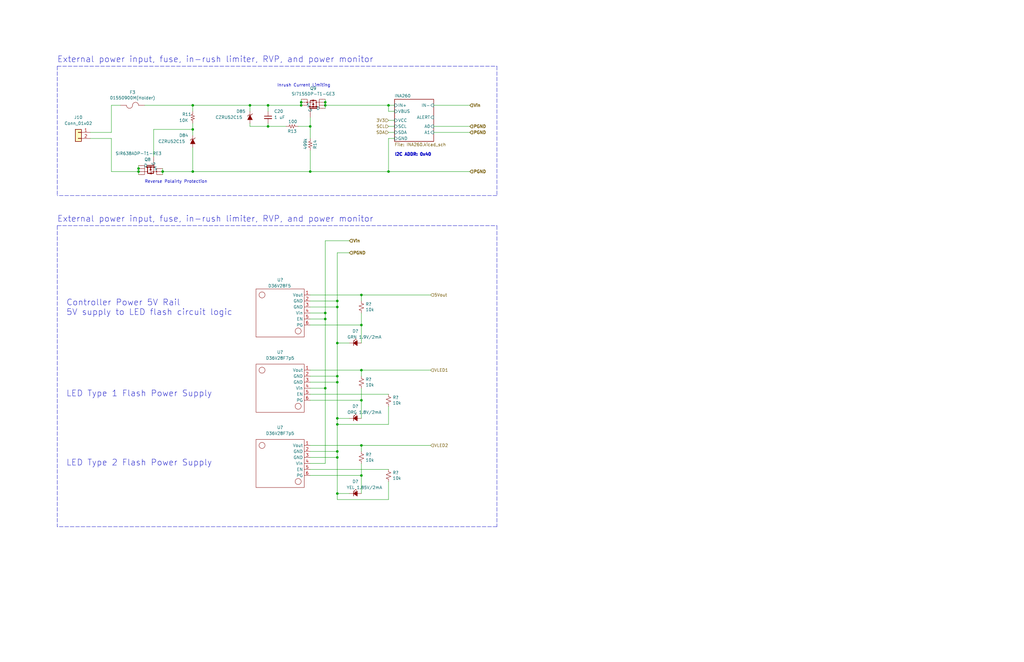
<source format=kicad_sch>
(kicad_sch (version 20211123) (generator eeschema)
  (paper "B")
  (title_block (title "BUM2 LED Controller") (date "2023-01-10") (rev "A"))
  (lib_symbols
    (symbol "Connector_Generic:Conn_01x02" (pin_names (offset 1.016) hide)
      (property "Reference" "J" (at 0 2.54 0))
      (property "Value" "Conn_01x02" (at 0 -5.08 0))
      (symbol "Conn_01x02_1_1"
        (rectangle (start -1.27 -2.413) (end 0 -2.667) (stroke (width 0.1524)))
        (rectangle (start -1.27 0.127) (end 0 -0.127) (stroke (width 0.1524)))
        (rectangle (start -1.27 1.27) (end 1.27 -3.81) (stroke (width 0.254)) (fill (type background)))
        (pin passive line (at -5.08 0 0) (length 3.81) (name "Pin_1") (number "1"))
        (pin passive line (at -5.08 -2.54 0) (length 3.81) (name "Pin_2") (number "2"))
      )
    )
    (symbol "Device:LED_Small_ALT" (pin_numbers hide) (pin_names (offset 0.254) hide)
      (property "Reference" "D" (at -1.27 3.175 0))
      (property "Value" "Device_LED_Small_ALT" (at -4.445 -2.54 0))
      (symbol "LED_Small_ALT_0_1"
        (polyline (pts (xy -0.762 -1.016) (xy -0.762 1.016)) (stroke (width 0.254)))
        (polyline (pts (xy 1.016 0) (xy -0.762 0)))
        (polyline (pts (xy 0.762 -1.016) (xy -0.762 0) (xy 0.762 1.016) (xy 0.762 -1.016)) (stroke (width 0.254)) (fill (type outline)))
        (polyline (pts (xy 0 0.762) (xy -0.508 1.27) (xy -0.254 1.27) (xy -0.508 1.27) (xy -0.508 1.016)))
        (polyline (pts (xy 0.508 1.27) (xy 0 1.778) (xy 0.254 1.778) (xy 0 1.778) (xy 0 1.524)))
      )
      (symbol "LED_Small_ALT_1_1"
        (pin passive line (at -2.54 0 0) (length 1.778) (name "K") (number "1"))
        (pin passive line (at 2.54 0 180) (length 1.778) (name "A") (number "2"))
      )
    )
    (symbol "Device:R_Small_US" (pin_numbers hide) (pin_names (offset 0.254) hide)
      (property "Reference" "R" (at 0.762 0.508 0))
      (property "Value" "R_Small_US" (at 0.762 -1.016 0))
      (symbol "R_Small_US_1_1"
        (polyline (pts (xy 0 0) (xy 1.016 -0.381) (xy 0 -0.762) (xy -1.016 -1.143) (xy 0 -1.524)))
        (polyline (pts (xy 0 1.524) (xy 1.016 1.143) (xy 0 0.762) (xy -1.016 0.381) (xy 0 0)))
        (pin passive line (at 0 2.54 270) (length 1.016) (name "~") (number "1"))
        (pin passive line (at 0 -2.54 90) (length 1.016) (name "~") (number "2"))
      )
    )
    (symbol "Dual-Mag-Camera-Control-rescue:01550900M(Holder)-ProjectDevices" (pin_names (offset 1.016))
      (property "Reference" "F" (at 0 2.54 0))
      (property "Value" "01550900M(Holder)-ProjectDevices" (at 0 -3.81 0))
      (symbol "01550900M(Holder)-ProjectDevices_0_1"
        (arc (start -2.54 0) (mid -1.27 -1.27) (end 0 0))
        (arc (start 2.54 0) (mid 1.27 1.27) (end 0 0))
      )
      (symbol "01550900M(Holder)-ProjectDevices_1_1"
        (pin passive line (at -5.08 0 0) (length 2.54) (name "1") (number "1"))
        (pin passive line (at 5.08 0 180) (length 2.54) (name "2") (number "2"))
      )
    )
    (symbol "Dual-Mag-Camera-Control-rescue:C_Small-SPC-Control-rescue" (pin_numbers hide) (pin_names (offset 0.254) hide)
      (property "Reference" "C" (at 0.254 1.778 0))
      (property "Value" "C_Small-SPC-Control-rescue" (at 0.254 -2.032 0))
      (symbol "C_Small-SPC-Control-rescue_0_1"
        (polyline (pts (xy -1.524 -0.508) (xy 1.524 -0.508)) (stroke (width 0.3302)))
        (polyline (pts (xy -1.524 0.508) (xy 1.524 0.508)) (stroke (width 0.3048)))
      )
      (symbol "C_Small-SPC-Control-rescue_1_1"
        (pin passive line (at 0 2.54 270) (length 2.032) (name "~") (number "1"))
        (pin passive line (at 0 -2.54 90) (length 2.032) (name "~") (number "2"))
      )
    )
    (symbol "Dual-Mag-Camera-Control-rescue:Resistor_small-SPC-Control-rescue" (pin_numbers hide) (pin_names (offset 0))
      (property "Reference" "R" (at 2.032 0 90))
      (property "Value" "Resistor_small-SPC-Control-rescue" (at -2.032 0.254 90))
      (symbol "Resistor_small-SPC-Control-rescue_0_1"
        (polyline (pts (xy 0 1.27) (xy -0.762 1.016) (xy 0.762 0.508) (xy -0.762 0) (xy 0.762 -0.508) (xy -0.762 -1.016) (xy 0 -1.27)))
      )
      (symbol "Resistor_small-SPC-Control-rescue_1_1"
        (pin passive line (at 0 2.54 270) (length 1.27) (name "~") (number "1"))
        (pin passive line (at 0 -2.54 90) (length 1.27) (name "~") (number "2"))
      )
    )
    (symbol "Dual-Mag-Camera-Control-rescue:Resistor_small-SPC-Control-rescue-DeathStar-rescue-BUMP-Control-rescue" (pin_numbers hide) (pin_names (offset 0))
      (property "Reference" "R" (at 2.032 0 90))
      (property "Value" "Resistor_small-SPC-Control-rescue-DeathStar-rescue-BUMP-Control-rescue" (at -2.032 0.254 90))
      (symbol "Resistor_small-SPC-Control-rescue-DeathStar-rescue-BUMP-Control-rescue_0_1"
        (polyline (pts (xy 0 1.27) (xy -0.762 1.016) (xy 0.762 0.508) (xy -0.762 0) (xy 0.762 -0.508) (xy -0.762 -1.016) (xy 0 -1.27)))
      )
      (symbol "Resistor_small-SPC-Control-rescue-DeathStar-rescue-BUMP-Control-rescue_1_1"
        (pin passive line (at 0 2.54 270) (length 1.27) (name "~") (number "1"))
        (pin passive line (at 0 -2.54 90) (length 1.27) (name "~") (number "2"))
      )
    )
    (symbol "Dual-Mag-Camera-Control-rescue:Si7463DP-ProjectDevices" (pin_names (offset 1.016))
      (property "Reference" "Q" (at 2.54 0 0))
      (property "Value" "Si7463DP-ProjectDevices" (at 6.35 3.81 0))
      (symbol "Si7463DP-ProjectDevices_1_1"
        (circle (center 0 -1.27) (radius 0.127))
        (circle (center 0 -1.27) (radius 0.127))
        (circle (center 0 -1.27) (radius 0.127))
        (circle (center 0 -1.27) (radius 0.127))
        (polyline (pts (xy -5.08 1.27) (xy -3.81 1.27)))
        (polyline (pts (xy -2.54 1.27) (xy -3.81 1.27)))
        (polyline (pts (xy -1.905 -1.651) (xy -1.905 -1.016)) (stroke (width 0.508)))
        (polyline (pts (xy -1.905 -1.651) (xy -1.905 -1.016)) (stroke (width 0.508)))
        (polyline (pts (xy -1.905 -0.381) (xy -1.905 0.381)) (stroke (width 0.508)))
        (polyline (pts (xy -1.905 -0.381) (xy -1.905 0.381)) (stroke (width 0.508)))
        (polyline (pts (xy -1.905 1.016) (xy -1.905 1.651)) (stroke (width 0.508)))
        (polyline (pts (xy -1.778 -1.27) (xy 0 -1.27)))
        (polyline (pts (xy -1.778 -1.27) (xy 0 -1.27)))
        (polyline (pts (xy -1.778 -1.27) (xy 0 -1.27)))
        (polyline (pts (xy -1.778 -1.27) (xy 0 -1.27)))
        (polyline (pts (xy -1.778 1.27) (xy 0 1.27)))
        (polyline (pts (xy -1.27 -3.81) (xy -1.27 -2.54)))
        (polyline (pts (xy 0 -3.81) (xy 0 -2.54)))
        (polyline (pts (xy 0 1.27) (xy 0 2.54)))
        (polyline (pts (xy 0 2.54) (xy 0 3.81)))
        (polyline (pts (xy 0.381 0.381) (xy 1.143 0.381)))
        (polyline (pts (xy -2.54 -1.524) (xy -2.54 1.524) (xy -2.54 1.524)) (stroke (width 0.254)))
        (polyline (pts (xy -2.54 -1.524) (xy -2.54 1.524) (xy -2.54 1.524)) (stroke (width 0.254)))
        (polyline (pts (xy -1.778 0) (xy 0 0) (xy 0 1.27)))
        (polyline (pts (xy 0 2.54) (xy -1.27 2.54) (xy -1.27 3.81)))
        (polyline (pts (xy 0 2.54) (xy 1.27 2.54) (xy 1.27 3.81)))
        (polyline (pts (xy 1.27 -3.81) (xy 1.27 -2.54) (xy 0 -2.54)))
        (polyline (pts (xy -2.54 -3.81) (xy -2.54 -2.54) (xy 0 -2.54) (xy 0 -1.27)))
        (polyline (pts (xy -0.254 0) (xy -1.016 -0.381) (xy -1.016 0.381) (xy -0.254 0)) (fill (type outline)))
        (polyline (pts (xy 0 1.27) (xy 0.762 1.27) (xy 0.762 -1.27) (xy 0 -1.27)))
        (polyline (pts (xy 0 1.27) (xy 0.762 1.27) (xy 0.762 -1.27) (xy 0 -1.27)))
        (polyline (pts (xy 0 1.27) (xy 0.762 1.27) (xy 0.762 -1.27) (xy 0 -1.27)))
        (polyline (pts (xy 0 1.27) (xy 0.762 1.27) (xy 0.762 -1.27) (xy 0 -1.27)))
        (polyline (pts (xy 0.762 0.381) (xy 0.381 -0.254) (xy 1.143 -0.254) (xy 0.762 0.381)) (fill (type outline)))
        (circle (center 0 1.27) (radius 0.127))
        (circle (center 0 2.54) (radius 0.127))
        (circle (center 0 2.54) (radius 0.127))
        (circle (center 0 2.54) (radius 0.127))
        (circle (center 0 2.54) (radius 0.127))
        (pin power_out line (at -1.27 5.08 270) (length 1.27) (name "S") (number "1"))
        (pin power_out line (at 0 5.08 270) (length 1.27) (name "S") (number "2"))
        (pin power_out line (at 1.27 5.08 270) (length 1.27) (name "S") (number "3"))
        (pin passive line (at -6.35 1.27 0) (length 1.27) (name "G") (number "4"))
        (pin power_in line (at -2.54 -5.08 90) (length 1.27) (name "D") (number "5"))
        (pin power_in line (at -1.27 -5.08 90) (length 1.27) (name "D") (number "5"))
        (pin power_in line (at 0 -5.08 90) (length 1.27) (name "D") (number "5"))
        (pin power_in line (at 1.27 -5.08 90) (length 1.27) (name "D") (number "5"))
      )
    )
    (symbol "Dual-Mag-Camera-Control-rescue:SiSA72DN-ProjectDevices" (pin_names (offset 1.016))
      (property "Reference" "Q" (at 3.81 1.27 0))
      (property "Value" "SiSA72DN-ProjectDevices" (at -15.24 6.35 0))
      (symbol "SiSA72DN-ProjectDevices_1_1"
        (circle (center 0 -2.54) (radius 0.127))
        (circle (center 0 -2.54) (radius 0.127))
        (circle (center 0 -2.54) (radius 0.127))
        (circle (center 0 -2.54) (radius 0.127))
        (circle (center 0 -1.27) (radius 0.127))
        (polyline (pts (xy -5.08 -1.27) (xy -3.81 -1.27)))
        (polyline (pts (xy -2.54 -1.27) (xy -3.81 -1.27)))
        (polyline (pts (xy -1.905 -1.016) (xy -1.905 -1.651)) (stroke (width 0.508)))
        (polyline (pts (xy -1.905 0.381) (xy -1.905 -0.381)) (stroke (width 0.508)))
        (polyline (pts (xy -1.905 0.381) (xy -1.905 -0.381)) (stroke (width 0.508)))
        (polyline (pts (xy -1.905 1.651) (xy -1.905 1.016)) (stroke (width 0.508)))
        (polyline (pts (xy -1.905 1.651) (xy -1.905 1.016)) (stroke (width 0.508)))
        (polyline (pts (xy -1.778 -1.27) (xy 0 -1.27)))
        (polyline (pts (xy -1.778 1.27) (xy 0 1.27)))
        (polyline (pts (xy -1.778 1.27) (xy 0 1.27)))
        (polyline (pts (xy -1.778 1.27) (xy 0 1.27)))
        (polyline (pts (xy -1.778 1.27) (xy 0 1.27)))
        (polyline (pts (xy -1.27 3.81) (xy -1.27 2.54)))
        (polyline (pts (xy 0 -2.54) (xy 0 -3.81)))
        (polyline (pts (xy 0 -1.27) (xy 0 -2.54)))
        (polyline (pts (xy 0 3.81) (xy 0 2.54)))
        (polyline (pts (xy 0.381 0.254) (xy 1.143 0.254)))
        (polyline (pts (xy -2.54 1.524) (xy -2.54 -1.524) (xy -2.54 -1.524)) (stroke (width 0.254)))
        (polyline (pts (xy -2.54 1.524) (xy -2.54 -1.524) (xy -2.54 -1.524)) (stroke (width 0.254)))
        (polyline (pts (xy -1.778 0) (xy 0 0) (xy 0 -1.27)))
        (polyline (pts (xy 0 -2.54) (xy -1.27 -2.54) (xy -1.27 -3.81)))
        (polyline (pts (xy 0 -2.54) (xy 1.27 -2.54) (xy 1.27 -3.81)))
        (polyline (pts (xy 1.27 3.81) (xy 1.27 2.54) (xy 0 2.54)))
        (polyline (pts (xy -2.54 3.81) (xy -2.54 2.54) (xy 0 2.54) (xy 0 1.27)))
        (polyline (pts (xy -1.397 0) (xy -0.635 -0.381) (xy -0.635 0.381) (xy -1.397 0)) (fill (type outline)))
        (polyline (pts (xy 0 -1.27) (xy 0.762 -1.27) (xy 0.762 1.27) (xy 0 1.27)))
        (polyline (pts (xy 0 -1.27) (xy 0.762 -1.27) (xy 0.762 1.27) (xy 0 1.27)))
        (polyline (pts (xy 0 -1.27) (xy 0.762 -1.27) (xy 0.762 1.27) (xy 0 1.27)))
        (polyline (pts (xy 0 -1.27) (xy 0.762 -1.27) (xy 0.762 1.27) (xy 0 1.27)))
        (polyline (pts (xy 0.762 0.254) (xy 1.143 -0.381) (xy 0.381 -0.381) (xy 0.762 0.254)) (fill (type outline)))
        (circle (center 0 1.27) (radius 0.127))
        (circle (center 0 1.27) (radius 0.127))
        (circle (center 0 1.27) (radius 0.127))
        (circle (center 0 1.27) (radius 0.127))
        (pin power_in line (at 1.27 -5.08 90) (length 1.27) (name "S") (number "1"))
        (pin bidirectional line (at -1.27 -5.08 90) (length 1.27) (name "S") (number "2"))
        (pin bidirectional line (at 0 -5.08 90) (length 1.27) (name "S") (number "3"))
        (pin passive line (at -6.35 -1.27 0) (length 1.27) (name "G") (number "4"))
        (pin passive line (at -2.54 5.08 270) (length 1.27) (name "D") (number "5"))
        (pin power_in line (at -1.27 5.08 270) (length 1.27) (name "D") (number "5"))
        (pin power_in line (at 0 5.08 270) (length 1.27) (name "D") (number "5"))
        (pin power_in line (at 1.27 5.08 270) (length 1.27) (name "D") (number "5"))
      )
    )
    (symbol "Dual-Mag-Camera-Control-rescue:ZENERsmall-RESCUE-PowerControlBoard-SPC-Control-rescue-DeathStar-rescue-BUMP-Control-rescue" (pin_numbers hide) (pin_names (offset 1.016) hide)
      (property "Reference" "D" (at 0 2.54 0))
      (property "Value" "ZENERsmall-RESCUE-PowerControlBoard-SPC-Control-rescue-DeathStar-rescue-BUMP-Control-rescue" (at 0 -2.54 0))
      (symbol "ZENERsmall-RESCUE-PowerControlBoard-SPC-Control-rescue-DeathStar-rescue-BUMP-Control-rescue_0_1"
        (polyline (pts (xy -1.524 1.016) (xy -1.016 0.508) (xy -1.016 -0.508) (xy -0.508 -1.016)) (stroke (width 0.2032)))
        (polyline (pts (xy 1.016 1.016) (xy -1.016 0) (xy 1.016 -1.016) (xy 1.016 1.016)) (fill (type outline)))
      )
      (symbol "ZENERsmall-RESCUE-PowerControlBoard-SPC-Control-rescue-DeathStar-rescue-BUMP-Control-rescue_1_1"
        (pin passive line (at -2.54 0 0) (length 1.524) (name "K") (number "1"))
        (pin passive line (at 2.54 0 180) (length 1.524) (name "A") (number "2"))
      )
    )
    (symbol "ProjectDevices:D36V28F5"
      (property "Reference" "U?" (at 13.97 1.2701 0))
      (property "Value" "D36V28F5" (at -5.08 10.16 0))
      (symbol "D36V28F5_0_1"
        (rectangle (start -10.16 8.89) (end 10.16 -11.43))
        (circle (center -7.62 6.35) (radius 1.27))
        (circle (center 7.62 -8.89) (radius 1.27))
      )
      (symbol "D36V28F5_1_1"
        (pin power_out line (at 12.7 6.35 180) (length 2.54) (name "Vout") (number "1"))
        (pin power_in line (at 12.7 3.81 180) (length 2.54) (name "GND") (number "2"))
        (pin power_in line (at 12.7 1.27 180) (length 2.54) (name "GND") (number "3"))
        (pin power_in line (at 12.7 -1.27 180) (length 2.54) (name "Vin") (number "4"))
        (pin bidirectional line (at 12.7 -3.81 180) (length 2.54) (name "EN") (number "5"))
        (pin bidirectional line (at 12.7 -6.35 180) (length 2.54) (name "PG") (number "6"))
      )
    )
    (symbol "ProjectDevices:D36V28F7p5"
      (property "Reference" "U" (at -8.89 -12.7 0))
      (property "Value" "D36V28F7p5" (at 5.08 -12.7 0))
      (symbol "D36V28F7p5_0_1"
        (rectangle (start -10.16 8.89) (end 10.16 -11.43))
        (circle (center -7.62 6.35) (radius 1.27))
        (circle (center 7.62 -8.89) (radius 1.27))
      )
      (symbol "D36V28F7p5_1_1"
        (pin power_out line (at 12.7 6.35 180) (length 2.54) (name "Vout") (number "1"))
        (pin power_in line (at 12.7 3.81 180) (length 2.54) (name "GND") (number "2"))
        (pin power_in line (at 12.7 1.27 180) (length 2.54) (name "GND") (number "3"))
        (pin power_in line (at 12.7 -1.27 180) (length 2.54) (name "Vin") (number "4"))
        (pin bidirectional line (at 12.7 -3.81 180) (length 2.54) (name "EN") (number "5"))
        (pin bidirectional line (at 12.7 -6.35 180) (length 2.54) (name "PG") (number "6"))
      )
    )
  )
  (junction (at 130.81 53.34))
  (junction (at 142.24 129.54))
  (junction (at 58.42 71.12))
  (junction (at 81.28 54.61))
  (junction (at 130.81 72.39))
  (junction (at 137.16 43.18))
  (junction (at 113.03 53.34))
  (junction (at 137.16 134.62))
  (junction (at 152.4 168.91))
  (junction (at 142.24 161.29))
  (junction (at 152.4 137.16))
  (junction (at 142.24 144.78))
  (junction (at 152.4 200.66))
  (junction (at 68.58 72.39))
  (junction (at 152.4 187.96))
  (junction (at 127 43.18))
  (junction (at 127 44.45))
  (junction (at 142.24 176.53))
  (junction (at 137.16 163.83))
  (junction (at 142.24 193.04))
  (junction (at 105.41 44.45))
  (junction (at 142.24 127))
  (junction (at 58.42 72.39))
  (junction (at 163.83 44.45))
  (junction (at 152.4 156.21))
  (junction (at 163.83 72.39))
  (junction (at 81.28 44.45))
  (junction (at 113.03 44.45))
  (junction (at 152.4 124.46))
  (junction (at 81.28 72.39))
  (junction (at 137.16 44.45))
  (junction (at 137.16 132.08))
  (junction (at 142.24 208.28))
  (junction (at 142.24 158.75))
  (junction (at 142.24 179.07))
  (junction (at 142.24 190.5))
  (wire (pts (xy 137.16 101.6) (xy 137.16 132.08)))
  (wire (pts (xy 130.81 127) (xy 142.24 127)))
  (wire (pts (xy 163.83 171.45) (xy 163.83 179.07)))
  (wire (pts (xy 38.1 58.42) (xy 46.99 58.42)))
  (wire (pts (xy 147.32 208.28) (xy 142.24 208.28)))
  (wire (pts (xy 81.28 44.45) (xy 105.41 44.45)))
  (polyline (pts (xy 24.13 27.94) (xy 24.13 82.55)))
  (wire (pts (xy 113.03 52.07) (xy 113.03 53.34)))
  (wire (pts (xy 152.4 163.83) (xy 152.4 168.91)))
  (wire (pts (xy 142.24 179.07) (xy 163.83 179.07)))
  (wire (pts (xy 152.4 168.91) (xy 152.4 176.53)))
  (wire (pts (xy 163.83 46.99) (xy 163.83 44.45)))
  (wire (pts (xy 130.81 132.08) (xy 137.16 132.08)))
  (wire (pts (xy 152.4 124.46) (xy 152.4 127)))
  (wire (pts (xy 130.81 134.62) (xy 137.16 134.62)))
  (wire (pts (xy 58.42 73.66) (xy 58.42 72.39)))
  (wire (pts (xy 142.24 190.5) (xy 142.24 179.07)))
  (wire (pts (xy 137.16 134.62) (xy 137.16 163.83)))
  (wire (pts (xy 166.37 46.99) (xy 163.83 46.99)))
  (wire (pts (xy 137.16 163.83) (xy 137.16 195.58)))
  (wire (pts (xy 152.4 137.16) (xy 152.4 132.08)))
  (wire (pts (xy 137.16 43.18) (xy 137.16 44.45)))
  (wire (pts (xy 81.28 54.61) (xy 81.28 52.07)))
  (wire (pts (xy 147.32 101.6) (xy 137.16 101.6)))
  (wire (pts (xy 130.81 198.12) (xy 163.83 198.12)))
  (wire (pts (xy 137.16 195.58) (xy 130.81 195.58)))
  (wire (pts (xy 60.96 44.45) (xy 81.28 44.45)))
  (wire (pts (xy 152.4 187.96) (xy 152.4 190.5)))
  (wire (pts (xy 130.81 161.29) (xy 142.24 161.29)))
  (wire (pts (xy 130.81 49.53) (xy 130.81 53.34)))
  (wire (pts (xy 58.42 71.12) (xy 58.42 72.39)))
  (wire (pts (xy 137.16 41.91) (xy 137.16 43.18)))
  (wire (pts (xy 38.1 55.88) (xy 46.99 55.88)))
  (wire (pts (xy 113.03 44.45) (xy 113.03 46.99)))
  (polyline (pts (xy 24.13 27.94) (xy 209.55 27.94)))
  (wire (pts (xy 152.4 137.16) (xy 152.4 144.78)))
  (wire (pts (xy 163.83 210.82) (xy 142.24 210.82)))
  (wire (pts (xy 163.83 58.42) (xy 166.37 58.42)))
  (polyline (pts (xy 24.13 95.25) (xy 209.55 95.25)))
  (wire (pts (xy 46.99 72.39) (xy 58.42 72.39)))
  (wire (pts (xy 81.28 54.61) (xy 64.77 54.61)))
  (wire (pts (xy 152.4 200.66) (xy 152.4 208.28)))
  (wire (pts (xy 142.24 106.68) (xy 147.32 106.68)))
  (wire (pts (xy 81.28 57.15) (xy 81.28 54.61)))
  (wire (pts (xy 81.28 72.39) (xy 130.81 72.39)))
  (polyline (pts (xy 209.55 82.55) (xy 24.13 82.55)))
  (wire (pts (xy 152.4 156.21) (xy 152.4 158.75)))
  (wire (pts (xy 163.83 53.34) (xy 166.37 53.34)))
  (wire (pts (xy 81.28 62.23) (xy 81.28 72.39)))
  (wire (pts (xy 130.81 129.54) (xy 142.24 129.54)))
  (wire (pts (xy 142.24 176.53) (xy 147.32 176.53)))
  (wire (pts (xy 137.16 44.45) (xy 137.16 45.72)))
  (wire (pts (xy 130.81 72.39) (xy 163.83 72.39)))
  (wire (pts (xy 130.81 187.96) (xy 152.4 187.96)))
  (wire (pts (xy 130.81 53.34) (xy 130.81 58.42)))
  (wire (pts (xy 113.03 53.34) (xy 120.65 53.34)))
  (wire (pts (xy 163.83 44.45) (xy 166.37 44.45)))
  (wire (pts (xy 127 43.18) (xy 127 44.45)))
  (wire (pts (xy 130.81 158.75) (xy 142.24 158.75)))
  (wire (pts (xy 142.24 144.78) (xy 142.24 158.75)))
  (wire (pts (xy 68.58 72.39) (xy 68.58 73.66)))
  (polyline (pts (xy 209.55 222.25) (xy 24.13 222.25)))
  (wire (pts (xy 163.83 55.88) (xy 166.37 55.88)))
  (wire (pts (xy 137.16 44.45) (xy 163.83 44.45)))
  (wire (pts (xy 142.24 193.04) (xy 142.24 190.5)))
  (wire (pts (xy 68.58 71.12) (xy 68.58 72.39)))
  (wire (pts (xy 152.4 156.21) (xy 181.61 156.21)))
  (wire (pts (xy 105.41 44.45) (xy 113.03 44.45)))
  (wire (pts (xy 130.81 168.91) (xy 152.4 168.91)))
  (wire (pts (xy 182.88 44.45) (xy 198.12 44.45)))
  (wire (pts (xy 142.24 144.78) (xy 147.32 144.78)))
  (wire (pts (xy 130.81 193.04) (xy 142.24 193.04)))
  (wire (pts (xy 137.16 132.08) (xy 137.16 134.62)))
  (wire (pts (xy 64.77 54.61) (xy 64.77 66.04)))
  (wire (pts (xy 182.88 55.88) (xy 198.12 55.88)))
  (wire (pts (xy 130.81 124.46) (xy 152.4 124.46)))
  (wire (pts (xy 130.81 63.5) (xy 130.81 72.39)))
  (wire (pts (xy 105.41 53.34) (xy 113.03 53.34)))
  (polyline (pts (xy 24.13 95.25) (xy 24.13 222.25)))
  (wire (pts (xy 105.41 52.07) (xy 105.41 53.34)))
  (wire (pts (xy 68.58 72.39) (xy 81.28 72.39)))
  (wire (pts (xy 163.83 50.8) (xy 166.37 50.8)))
  (wire (pts (xy 163.83 72.39) (xy 198.12 72.39)))
  (wire (pts (xy 130.81 156.21) (xy 152.4 156.21)))
  (wire (pts (xy 152.4 124.46) (xy 181.61 124.46)))
  (wire (pts (xy 130.81 163.83) (xy 137.16 163.83)))
  (wire (pts (xy 152.4 187.96) (xy 181.61 187.96)))
  (wire (pts (xy 105.41 44.45) (xy 105.41 46.99)))
  (wire (pts (xy 142.24 208.28) (xy 142.24 210.82)))
  (polyline (pts (xy 209.55 95.25) (xy 209.55 222.25)))
  (wire (pts (xy 142.24 129.54) (xy 142.24 144.78)))
  (wire (pts (xy 142.24 179.07) (xy 142.24 176.53)))
  (wire (pts (xy 113.03 44.45) (xy 127 44.45)))
  (wire (pts (xy 142.24 161.29) (xy 142.24 158.75)))
  (wire (pts (xy 130.81 190.5) (xy 142.24 190.5)))
  (wire (pts (xy 163.83 72.39) (xy 163.83 58.42)))
  (wire (pts (xy 50.8 44.45) (xy 46.99 44.45)))
  (wire (pts (xy 182.88 53.34) (xy 198.12 53.34)))
  (wire (pts (xy 130.81 166.37) (xy 163.83 166.37)))
  (wire (pts (xy 125.73 53.34) (xy 130.81 53.34)))
  (wire (pts (xy 142.24 193.04) (xy 142.24 208.28)))
  (polyline (pts (xy 209.55 27.94) (xy 209.55 82.55)))
  (wire (pts (xy 46.99 58.42) (xy 46.99 72.39)))
  (wire (pts (xy 142.24 176.53) (xy 142.24 161.29)))
  (wire (pts (xy 152.4 195.58) (xy 152.4 200.66)))
  (wire (pts (xy 81.28 46.99) (xy 81.28 44.45)))
  (wire (pts (xy 130.81 137.16) (xy 152.4 137.16)))
  (wire (pts (xy 163.83 203.2) (xy 163.83 210.82)))
  (wire (pts (xy 46.99 55.88) (xy 46.99 44.45)))
  (wire (pts (xy 142.24 129.54) (xy 142.24 127)))
  (wire (pts (xy 127 41.91) (xy 127 43.18)))
  (wire (pts (xy 58.42 69.85) (xy 58.42 71.12)))
  (wire (pts (xy 142.24 127) (xy 142.24 106.68)))
  (wire (pts (xy 130.81 200.66) (xy 152.4 200.66)))
  (text "LED Type 2 Flash Power Supply" (at 27.94 196.85 0) (effects (font (size 2.54 2.54)) (justify left bottom)))
  (text "I2C ADDR: 0x40" (at 166.37 66.04 0) (effects (font (size 1.27 1.27) (thickness 0.508) bold) (justify left bottom)))
  (text "Controller Power 5V Rail\n5V supply to LED flash circuit logic" (at 27.94 133.35 0) (effects (font (size 2.54 2.54)) (justify left bottom)))
  (text "Inrush Current Limiting" (at 116.84 36.83 0) (effects (font (size 1.27 1.27)) (justify left bottom)))
  (text "Reverse Polairty Protection" (at 60.96 77.47 0) (effects (font (size 1.27 1.27)) (justify left bottom)))
  (text "External power input, fuse, in-rush limiter, RVP, and power monitor" (at 24.13 26.67 0) (effects (font (size 2.54 2.54)) (justify left bottom)))
  (text "External power input, fuse, in-rush limiter, RVP, and power monitor" (at 24.13 93.98 0) (effects (font (size 2.54 2.54)) (justify left bottom)))
  (text "LED Type 1 Flash Power Supply" (at 27.94 167.64 0) (effects (font (size 2.54 2.54)) (justify left bottom)))
  (hierarchical_label "VLED2" (shape input) (at 181.61 187.96 0))
  (hierarchical_label "VLED1" (shape input) (at 181.61 156.21 0))
  (hierarchical_label "Vin" (shape input) (at 147.32 101.6 0) (effects (font bold)))
  (hierarchical_label "5Vout" (shape input) (at 181.61 124.46 0))
  (hierarchical_label "PGND" (shape input) (at 198.12 53.34 0) (effects (font bold)))
  (hierarchical_label "PGND" (shape input) (at 198.12 72.39 0) (effects (font bold)))
  (hierarchical_label "PGND" (shape input) (at 147.32 106.68 0) (effects (font bold)))
  (hierarchical_label "PGND" (shape input) (at 198.12 55.88 0) (effects (font bold)))
  (hierarchical_label "3V3" (shape input) (at 163.83 50.8 180))
  (hierarchical_label "Vin" (shape input) (at 198.12 44.45 0) (effects (font bold)))
  (hierarchical_label "SCL" (shape input) (at 163.83 53.34 180))
  (hierarchical_label "SDA" (shape input) (at 163.83 55.88 180))
  (symbol (lib_id "Dual-Mag-Camera-Control-rescue:Resistor_small-SPC-Control-rescue") (at 123.19 53.34 270) (unit 1)
    (property "Reference" "R13" (at 123.19 55.372 90))
    (property "Value" "100" (at 123.444 51.308 90))
    (property "Footprint" "Resistor_SMD:R_0603_1608Metric" (effects hide))
    (property "Datasheet" "https://www.seielect.com/catalog/sei-rmcf_rmcp.pdf" (effects hide))
    (property "Part Number" "RMCF0603FT100RCT-ND " (effects hide))
    (property "Supplier" "Digikey" (effects hide))
    (property "Link" "https://www.digikey.com/en/products/detail/stackpole-electronics-inc/RMCF0603FT100R/1761113" (effects hide))
  )
  (symbol (lib_id "Dual-Mag-Camera-Control-rescue:C_Small-SPC-Control-rescue") (at 113.03 49.53 0) (unit 1)
    (property "Reference" "C20" (at 115.57 46.99 0) (effects (justify left)))
    (property "Value" "1 uF" (at 115.57 49.53 0) (effects (justify left)))
    (property "Footprint" "Capacitor_SMD:C_0805_2012Metric" (effects hide))
    (property "Datasheet" "https://www.yageo.com/upload/media/product/productsearch/datasheet/mlcc/UPY-GPHC_X7R_6.3V-to-50V_18.pdf" (effects hide))
    (property "Part Number" "311-3498-1-ND" (effects hide))
    (property "Supplier" "Digikey" (effects hide))
    (property "Link" "https://www.digikey.com/product-detail/en/yageo/CC0805JKX7R9BB105/311-3498-1-ND/7164519" (effects hide))
  )
  (symbol (lib_id "Dual-Mag-Camera-Control-rescue:SiSA72DN-ProjectDevices") (at 63.5 72.39 90) (mirror x) (unit 1)
    (property "Reference" "Q8" (at 62.23 67.31 90))
    (property "Value" "SIR638ADP-T1-RE3" (at 58.42 64.77 90))
    (property "Footprint" "Package_SO:PowerPAK_SO-8_Single" (effects hide))
    (property "Datasheet" "https://www.vishay.com/docs/75297/sir638adp.pdf" (effects hide))
    (property "Part Number" "SIR638ADP-T1-RE3CT-ND" (effects hide))
    (property "Supplier" "Digikey" (effects hide))
    (property "Link" "https://www.digikey.com/en/products/detail/vishay-siliconix/SIR638ADP-T1-RE3/7616342" (effects hide))
  )
  (symbol (lib_id "Dual-Mag-Camera-Control-rescue:ZENERsmall-RESCUE-PowerControlBoard-SPC-Control-rescue-DeathStar-rescue-BUMP-Control-rescue") (at 81.28 59.69 270) (unit 1)
    (property "Reference" "D84" (at 77.47 57.15 90))
    (property "Value" "CZRU52C15" (at 72.39 59.69 90))
    (property "Footprint" "Diode_SMD:D_0603_1608Metric_Pad1.05x0.95mm_HandSolder" (effects hide))
    (property "Datasheet" "https://media.digikey.com/pdf/Data%20Sheets/Comchip%20PDFs/CZRU52C2-CZRU52C39_DS.pdf" (effects hide))
    (property "Part Number" "641-1040-1-ND" (effects hide))
    (property "Supplier" "Digikey" (effects hide))
    (property "Link" "https://www.digikey.com/en/products/detail/comchip-technology/CZRU52C15/1121072?s=N4IgjCBcpgbFoDGUBmBDANgZwKYBoQB7KAbXFgA5ZYBOEAXQIAcAXKEAZRYCcBLAOwDmIAL4EaAJgAMCEMkjps%2BIqXABWAAQA1BszaQQAVX68WAeRQBZHGiwBXbjlEEAtBNnyed5cUhk1DCJiIO5%2BIABeOPw43BoAJryEcThYgUA" (effects hide))
  )
  (symbol (lib_id "Dual-Mag-Camera-Control-rescue:Resistor_small-SPC-Control-rescue-DeathStar-rescue-BUMP-Control-rescue") (at 81.28 49.53 0) (unit 1)
    (property "Reference" "R11" (at 78.74 48.26 0))
    (property "Value" "10K" (at 77.47 50.8 0))
    (property "Footprint" "Resistor_SMD:R_0603_1608Metric" (effects hide))
    (property "Datasheet" "https://www.yageo.com/upload/media/product/productsearch/datasheet/rchip/PYu-AC_51_RoHS_L_9.pdf" (effects hide))
    (property "Part Number" "311-10KLDCT-ND" (effects hide))
    (property "Supplier" "Digikey" (effects hide))
    (property "Link" "https://www.digikey.com/en/products/detail/yageo/AC0603FR-0710KL/2827814" (effects hide))
  )
  (symbol (lib_id "Dual-Mag-Camera-Control-rescue:Resistor_small-SPC-Control-rescue") (at 130.81 60.96 0) (unit 1)
    (property "Reference" "R14" (at 132.842 60.96 90))
    (property "Value" "499k" (at 128.778 60.706 90))
    (property "Footprint" "Resistor_SMD:R_0603_1608Metric" (effects hide))
    (property "Datasheet" "https://www.digikey.com/en/product-highlight/y/yageo/thin-film-chip-resistors" (effects hide))
    (property "Part Number" "YAG4565CT-ND" (effects hide))
    (property "Supplier" "Digikey" (effects hide))
    (property "Link" "https://www.digikey.com/product-detail/en/yageo/RT0603BRD07499KL/YAG4565CT-ND/6616721" (effects hide))
  )
  (symbol (lib_id "Dual-Mag-Camera-Control-rescue:01550900M(Holder)-ProjectDevices") (at 55.88 44.45 0) (unit 1)
    (property "Reference" "F3" (at 55.88 38.989 0))
    (property "Value" "01550900M(Holder)" (at 55.88 41.3004 0))
    (property "Footprint" "ProjectFootprints:01550900M" (effects hide))
    (property "Datasheet" "https://www.littelfuse.com/~/media/electronics/datasheets/fuses/littelfuse_fuse_154_154t_154l_154tl_datasheet.pdf.pdf" (effects hide))
    (property "Part Number" "F1889-ND" (effects hide))
    (property "Supplier" "Digikey" (effects hide))
    (property "Link" "https://www.digikey.com/products/en/circuit-protection/fuseholders/140?k=little%20fuse%20nano" (effects hide))
  )
  (symbol (lib_id "Dual-Mag-Camera-Control-rescue:Si7463DP-ProjectDevices") (at 132.08 43.18 90) (unit 1)
    (property "Reference" "Q9" (at 132.08 37.3126 90))
    (property "Value" "SI7155DP-T1-GE3" (at 132.08 39.624 90))
    (property "Footprint" "Package_SO:PowerPAK_SO-8_Single" (effects hide))
    (property "Datasheet" "https://www.vishay.com/docs/75769/si7155dp.pdf" (effects hide))
    (property "Part Number" "SI7155DP-T1-GE3CT-ND" (effects hide))
    (property "Supplier" "Digikey" (effects hide))
    (property "Link" "https://www.digikey.com/en/products/detail/vishay-siliconix/SI7155DP-T1-GE3/8572024?s=N4IgjCBcpgbFoDGUBmBDANgZwKYBoQB7KAbRAGYAOATgFZYB2EAXQIAcAXKEAZQ4CcAlgDsA5iAC%2BBWAAZ40EMkjps%2BIqQqVaYGeRbsukXgJHipIWGABMCRaky4CxSGTANYVhrRAE3scjIyPuAMDOQALN6%2BDNRg5HoEVnJg4RCJOmDU4cFW4ZRaUSBW5JkMQYnatF45tCVxNakylMF51DLhCUWw1IxMiVlVfUXUZW05IwxwwbD0ucGUYVTzubLB1MXh1GvFsPAEI7rZ%2B2X0wTrknoXn8c2%2B1uGpZ-e0NqwgnNx8QmKSiXLNCiUKkc6hcIHCMgABAA1fTvQwgACqwkEHAA8igALI4NBYACu-BwvxAAFobICoAI8WpnGRvMwJIygA" (effects hide))
  )
  (symbol (lib_id "Device:LED_Small_ALT") (at 149.86 176.53 0) (unit 1)
    (property "Reference" "D?" (at 149.86 171.45 0))
    (property "Value" "ORG 1.8V/2mA" (at 153.67 173.99 0))
    (property "Footprint" "LED_SMD:LED_0603_1608Metric" (effects hide))
    (property "Datasheet" "https://www.kingbrightusa.com/images/catalog/SPEC/APTD1608LSECK-J4-PF.pdf" (effects hide))
    (property "Part Number" "754-1946-1-ND" (effects hide))
    (property "Supplier" "Digikey" (effects hide))
    (property "Link" "https://www.digikey.com/en/products/detail/kingbright/APTD1608LSECK-J4-PF/5177447" (effects hide))
  )
  (symbol (lib_id "ProjectDevices:D36V28F7p5") (at 118.11 162.56 0) (unit 1)
    (property "Reference" "U?" (at 118.11 148.59 0))
    (property "Value" "D36V28F7p5" (at 118.11 151.13 0))
    (property "Footprint" "ProjectFootprints:D36V28F5" (effects hide))
    (property "Datasheet" "https://www.pololu.com/product-info-merged/3784" (effects hide))
    (property "Part Number" "2183-3784-ND" (effects hide))
    (property "Supplier" "Digikey" (effects hide))
    (property "Link" "https://www.digikey.com/en/products/detail/pololu-corporation/3784/10451211?s=N4IgjCBcpgrATLKoDGUBmBDANgZwKYA0IA9lANojwDsADNbEgLrEAOALlCAMrsBOASwB2AcxABfYgFp4yEGkj8ArkVIUQzcZKrqAIgGYAbADV4ADhBNxQA" (effects hide))
  )
  (symbol (lib_id "ProjectDevices:D36V28F7p5") (at 118.11 194.31 0) (unit 1)
    (property "Reference" "U?" (at 118.11 180.34 0))
    (property "Value" "D36V28F7p5" (at 118.11 182.88 0))
    (property "Footprint" "ProjectFootprints:D36V28F5" (effects hide))
    (property "Datasheet" "https://www.pololu.com/product-info-merged/3784" (effects hide))
    (property "Part Number" "2183-3784-ND" (effects hide))
    (property "Supplier" "Digikey" (effects hide))
    (property "Link" "https://www.digikey.com/en/products/detail/pololu-corporation/3784/10451211?s=N4IgjCBcpgrATLKoDGUBmBDANgZwKYA0IA9lANojwDsADNbEgLrEAOALlCAMrsBOASwB2AcxABfYgFp4yEGkj8ArkVIUQzcZKrqAIgGYAbADV4ADhBNxQA" (effects hide))
  )
  (symbol (lib_id "Device:LED_Small_ALT") (at 149.86 208.28 0) (unit 1)
    (property "Reference" "D?" (at 149.86 203.2 0))
    (property "Value" "YEL 1.85V/2mA" (at 153.67 205.74 0))
    (property "Footprint" "LED_SMD:LED_0603_1608Metric" (effects hide))
    (property "Datasheet" "https://www.kingbrightusa.com/images/catalog/SPEC/APTD1608LSYCK-J3-PF.pdf" (effects hide))
    (property "Part Number" "754-1947-1-ND" (effects hide))
    (property "Supplier" "Digikey" (effects hide))
    (property "Link" "https://www.digikey.com/en/products/detail/kingbright/APTD1608LSYCK-J3-PF/5177448" (effects hide))
  )
  (symbol (lib_id "Device:R_Small_US") (at 152.4 161.29 180) (unit 1)
    (property "Reference" "R?" (at 154.1272 160.1216 0) (effects (justify right)))
    (property "Value" "10k" (at 154.1272 162.433 0) (effects (justify right)))
    (property "Footprint" "Resistor_SMD:R_0603_1608Metric" (effects hide))
    (property "Datasheet" "https://www.te.com/commerce/DocumentDelivery/DDEController?Action=srchrtrv&DocNm=1773204&DocType=DS&DocLang=English" (effects hide))
    (property "Link" "https://www.digikey.com/en/products/detail/te-connectivity-passive-product/CRG0603F10K/2055639?s=N4IgTCBcDaIIIEYAMA2JAWAHAYQCoFoA5AERAF0BfIA" (effects hide))
    (property "Part Number" "A106048CT-ND" (effects hide))
    (property "Supplier" "Digikey" (effects hide))
  )
  (symbol (lib_id "Device:R_Small_US") (at 152.4 193.04 180) (unit 1)
    (property "Reference" "R?" (at 154.1272 191.8716 0) (effects (justify right)))
    (property "Value" "10k" (at 154.1272 194.183 0) (effects (justify right)))
    (property "Footprint" "Resistor_SMD:R_0603_1608Metric" (effects hide))
    (property "Datasheet" "https://www.te.com/commerce/DocumentDelivery/DDEController?Action=srchrtrv&DocNm=1773204&DocType=DS&DocLang=English" (effects hide))
    (property "Link" "https://www.digikey.com/en/products/detail/te-connectivity-passive-product/CRG0603F10K/2055639?s=N4IgTCBcDaIIIEYAMA2JAWAHAYQCoFoA5AERAF0BfIA" (effects hide))
    (property "Part Number" "A106048CT-ND" (effects hide))
    (property "Supplier" "Digikey" (effects hide))
  )
  (symbol (lib_id "Connector_Generic:Conn_01x02") (at 33.02 55.88 0) (mirror y) (unit 1)
    (property "Reference" "J10" (at 33.02 49.53 0))
    (property "Value" "Conn_01x02" (at 33.02 52.07 0))
    (property "Footprint" "ProjectFootprints:PTSM-02-SMD" (effects hide))
    (property "Datasheet" "https://media.digikey.com/PDF/Data%20Sheets/Phoenix%20Contact%20PDFs/1702473.pdf" (effects hide))
    (property "Part Number" "277-2337-1-ND" (effects hide))
    (property "Supplier" "Digikey" (effects hide))
    (property "Link" "https://www.digikey.com/en/products/detail/phoenix-contact/1702473/2643218" (effects hide))
  )
  (symbol (lib_id "Device:R_Small_US") (at 152.4 129.54 180) (unit 1)
    (property "Reference" "R?" (at 154.1272 128.3716 0) (effects (justify right)))
    (property "Value" "10k" (at 154.1272 130.683 0) (effects (justify right)))
    (property "Footprint" "Resistor_SMD:R_0603_1608Metric" (effects hide))
    (property "Datasheet" "https://www.te.com/commerce/DocumentDelivery/DDEController?Action=srchrtrv&DocNm=1773204&DocType=DS&DocLang=English" (effects hide))
    (property "Link" "https://www.digikey.com/en/products/detail/te-connectivity-passive-product/CRG0603F10K/2055639?s=N4IgTCBcDaIIIEYAMA2JAWAHAYQCoFoA5AERAF0BfIA" (effects hide))
    (property "Part Number" "A106048CT-ND" (effects hide))
    (property "Supplier" "Digikey" (effects hide))
  )
  (symbol (lib_id "Device:R_Small_US") (at 163.83 200.66 180) (unit 1)
    (property "Reference" "R?" (at 165.5572 199.4916 0) (effects (justify right)))
    (property "Value" "10k" (at 165.5572 201.803 0) (effects (justify right)))
    (property "Footprint" "Resistor_SMD:R_0603_1608Metric" (effects hide))
    (property "Datasheet" "https://www.te.com/commerce/DocumentDelivery/DDEController?Action=srchrtrv&DocNm=1773204&DocType=DS&DocLang=English" (effects hide))
    (property "Link" "https://www.digikey.com/en/products/detail/te-connectivity-passive-product/CRG0603F10K/2055639?s=N4IgTCBcDaIIIEYAMA2JAWAHAYQCoFoA5AERAF0BfIA" (effects hide))
    (property "Part Number" "A106048CT-ND" (effects hide))
    (property "Supplier" "Digikey" (effects hide))
  )
  (symbol (lib_id "Dual-Mag-Camera-Control-rescue:ZENERsmall-RESCUE-PowerControlBoard-SPC-Control-rescue-DeathStar-rescue-BUMP-Control-rescue") (at 105.41 49.53 270) (unit 1)
    (property "Reference" "D85" (at 101.6 46.99 90))
    (property "Value" "CZRU52C15" (at 96.52 49.53 90))
    (property "Footprint" "Diode_SMD:D_0603_1608Metric_Pad1.05x0.95mm_HandSolder" (effects hide))
    (property "Datasheet" "https://media.digikey.com/pdf/Data%20Sheets/Comchip%20PDFs/CZRU52C2-CZRU52C39_DS.pdf" (effects hide))
    (property "Part Number" "641-1040-1-ND" (effects hide))
    (property "Supplier" "Digikey" (effects hide))
    (property "Link" "https://www.digikey.com/en/products/detail/comchip-technology/CZRU52C15/1121072?s=N4IgjCBcpgbFoDGUBmBDANgZwKYBoQB7KAbXFgA5ZYBOEAXQIAcAXKEAZRYCcBLAOwDmIAL4EaAJgAMCEMkjps%2BIqXABWAAQA1BszaQQAVX68WAeRQBZHGiwBXbjlEEAtBNnyed5cUhk1DCJiIO5%2BIABeOPw43BoAJryEcThYgUA" (effects hide))
  )
  (symbol (lib_id "Device:R_Small_US") (at 163.83 168.91 180) (unit 1)
    (property "Reference" "R?" (at 165.5572 167.7416 0) (effects (justify right)))
    (property "Value" "10k" (at 165.5572 170.053 0) (effects (justify right)))
    (property "Footprint" "Resistor_SMD:R_0603_1608Metric" (effects hide))
    (property "Datasheet" "https://www.te.com/commerce/DocumentDelivery/DDEController?Action=srchrtrv&DocNm=1773204&DocType=DS&DocLang=English" (effects hide))
    (property "Link" "https://www.digikey.com/en/products/detail/te-connectivity-passive-product/CRG0603F10K/2055639?s=N4IgTCBcDaIIIEYAMA2JAWAHAYQCoFoA5AERAF0BfIA" (effects hide))
    (property "Part Number" "A106048CT-ND" (effects hide))
    (property "Supplier" "Digikey" (effects hide))
  )
  (symbol (lib_id "Device:LED_Small_ALT") (at 149.86 144.78 0) (unit 1)
    (property "Reference" "D?" (at 149.86 139.7 0))
    (property "Value" "GRN 1.9V/2mA" (at 153.67 142.24 0))
    (property "Footprint" "LED_SMD:LED_0603_1608Metric" (effects hide))
    (property "Datasheet" "https://www.kingbrightusa.com/images/catalog/SPEC/APHD1608LCGCK.pdf" (effects hide))
    (property "Part Number" "754-2031-1-ND" (effects hide))
    (property "Supplier" "Digikey" (effects hide))
    (property "Link" "https://www.digikey.com/en/products/detail/kingbright/APHD1608LCGCK/7043063" (effects hide))
  )
  (symbol (lib_id "ProjectDevices:D36V28F5") (at 118.11 130.81 0) (unit 1)
    (property "Reference" "U?" (at 116.84 118.11 0) (effects (justify left)))
    (property "Value" "D36V28F5" (at 113.03 120.65 0) (effects (justify left)))
  )
  (sheet (at 166.37 41.91) (size 16.51 17.78) (stroke (width 0.1524))
    (property "Sheet name" "INA260" (at 166.37 41.1984 0) (effects (justify left bottom)))
    (property "Sheet file" "INA260.kicad_sch" (at 166.37 60.2746 0) (effects (justify left top)))
    (pin "SCL" input (at 166.37 53.34 180))
    (pin "IN-" input (at 182.88 44.45 0))
    (pin "IN+" input (at 166.37 44.45 180))
    (pin "VBUS" input (at 166.37 46.99 180))
    (pin "GND" input (at 166.37 58.42 180))
    (pin "ALERT" input (at 182.88 49.53 0))
    (pin "SDA" input (at 166.37 55.88 180))
    (pin "VCC" input (at 166.37 50.8 180))
    (pin "A0" input (at 182.88 53.34 0))
    (pin "A1" input (at 182.88 55.88 0))
  )
)
</source>
